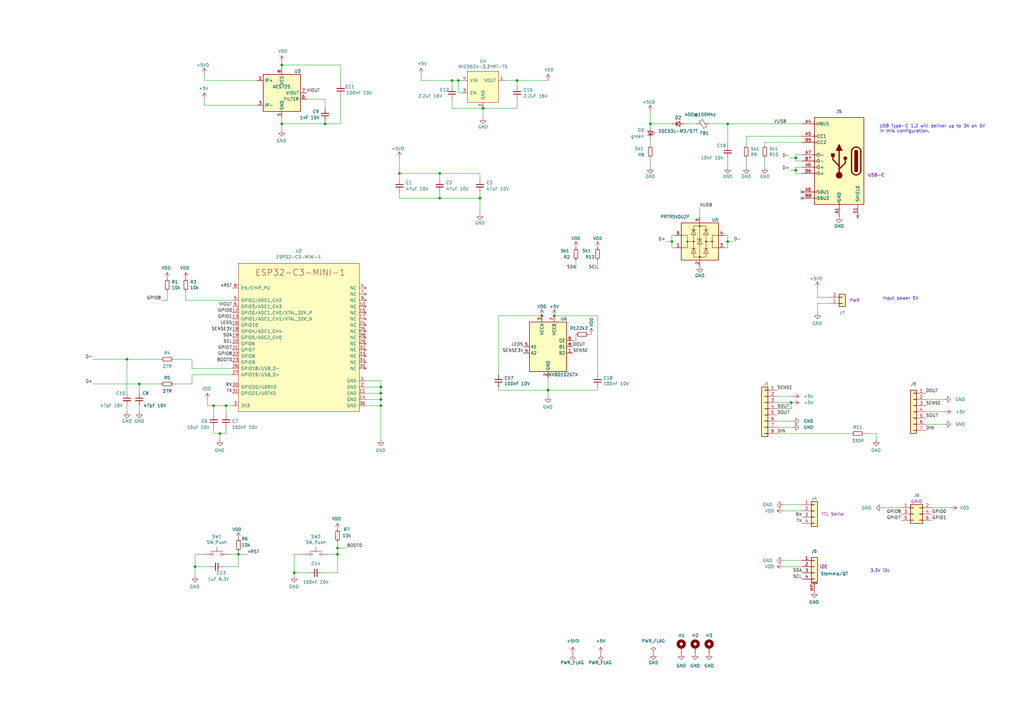
<source format=kicad_sch>
(kicad_sch (version 20211123) (generator eeschema)
  (paper "A3")
  (lib_symbols
    (symbol "Connector:USB_C_Receptacle_USB2.0" (pin_names (offset 1.016))
      (property "Reference" "J" (at -10.16 19.05 0))
      (property "Value" "USB_C_Receptacle_USB2.0" (at 19.05 19.05 0))
      (symbol "USB_C_Receptacle_USB2.0_1_1"
        (pin passive line (at 0 -22.86 90) (length 5.08) (name "GND") (number "A1"))
        (pin passive line (at 0 -22.86 90) (length 5.08) hide (name "GND") (number "A12"))
        (pin passive line (at 15.24 15.24 180) (length 5.08) (name "VBUS") (number "A4"))
        (pin bidirectional line (at 15.24 10.16 180) (length 5.08) (name "CC1") (number "A5"))
        (pin bidirectional line (at 15.24 -2.54 180) (length 5.08) (name "D+") (number "A6"))
        (pin bidirectional line (at 15.24 2.54 180) (length 5.08) (name "D-") (number "A7"))
        (pin bidirectional line (at 15.24 -12.7 180) (length 5.08) (name "SBU1") (number "A8"))
        (pin passive line (at 15.24 15.24 180) (length 5.08) hide (name "VBUS") (number "A9"))
        (pin passive line (at 0 -22.86 90) (length 5.08) hide (name "GND") (number "B1"))
        (pin passive line (at 0 -22.86 90) (length 5.08) hide (name "GND") (number "B12"))
        (pin passive line (at 15.24 15.24 180) (length 5.08) hide (name "VBUS") (number "B4"))
        (pin bidirectional line (at 15.24 7.62 180) (length 5.08) (name "CC2") (number "B5"))
        (pin bidirectional line (at 15.24 -5.08 180) (length 5.08) (name "D+") (number "B6"))
        (pin bidirectional line (at 15.24 0 180) (length 5.08) (name "D-") (number "B7"))
        (pin bidirectional line (at 15.24 -15.24 180) (length 5.08) (name "SBU2") (number "B8"))
        (pin passive line (at 15.24 15.24 180) (length 5.08) hide (name "VBUS") (number "B9"))
        (pin passive line (at -7.62 -22.86 90) (length 5.08) (name "SHIELD") (number "S1"))
      )
    )
    (symbol "Connector_Generic:Conn_01x02" (pin_names (offset 1.016) hide)
      (property "Reference" "J" (at 0 2.54 0))
      (property "Value" "Conn_01x02" (at 0 -5.08 0))
      (symbol "Conn_01x02_1_1"
        (pin passive line (at -5.08 0 0) (length 3.81) (name "Pin_1") (number "1"))
        (pin passive line (at -5.08 -2.54 0) (length 3.81) (name "Pin_2") (number "2"))
      )
    )
    (symbol "Connector_Generic:Conn_01x04" (pin_names (offset 1.016) hide)
      (property "Reference" "J" (at 0 5.08 0))
      (property "Value" "Conn_01x04" (at 0 -7.62 0))
      (symbol "Conn_01x04_1_1"
        (pin passive line (at -5.08 2.54 0) (length 3.81) (name "Pin_1") (number "1"))
        (pin passive line (at -5.08 0 0) (length 3.81) (name "Pin_2") (number "2"))
        (pin passive line (at -5.08 -2.54 0) (length 3.81) (name "Pin_3") (number "3"))
        (pin passive line (at -5.08 -5.08 0) (length 3.81) (name "Pin_4") (number "4"))
      )
    )
    (symbol "Connector_Generic:Conn_01x07" (pin_names (offset 1.016) hide)
      (property "Reference" "J" (at 0 10.16 0))
      (property "Value" "Conn_01x07" (at 0 -10.16 0))
      (symbol "Conn_01x07_1_1"
        (pin passive line (at -5.08 7.62 0) (length 3.81) (name "Pin_1") (number "1"))
        (pin passive line (at -5.08 5.08 0) (length 3.81) (name "Pin_2") (number "2"))
        (pin passive line (at -5.08 2.54 0) (length 3.81) (name "Pin_3") (number "3"))
        (pin passive line (at -5.08 0 0) (length 3.81) (name "Pin_4") (number "4"))
        (pin passive line (at -5.08 -2.54 0) (length 3.81) (name "Pin_5") (number "5"))
        (pin passive line (at -5.08 -5.08 0) (length 3.81) (name "Pin_6") (number "6"))
        (pin passive line (at -5.08 -7.62 0) (length 3.81) (name "Pin_7") (number "7"))
      )
    )
    (symbol "Connector_Generic:Conn_01x08" (pin_names (offset 1.016) hide)
      (property "Reference" "J" (at 0 10.16 0))
      (property "Value" "Conn_01x08" (at 0 -12.7 0))
      (symbol "Conn_01x08_1_1"
        (pin passive line (at -5.08 7.62 0) (length 3.81) (name "Pin_1") (number "1"))
        (pin passive line (at -5.08 5.08 0) (length 3.81) (name "Pin_2") (number "2"))
        (pin passive line (at -5.08 2.54 0) (length 3.81) (name "Pin_3") (number "3"))
        (pin passive line (at -5.08 0 0) (length 3.81) (name "Pin_4") (number "4"))
        (pin passive line (at -5.08 -2.54 0) (length 3.81) (name "Pin_5") (number "5"))
        (pin passive line (at -5.08 -5.08 0) (length 3.81) (name "Pin_6") (number "6"))
        (pin passive line (at -5.08 -7.62 0) (length 3.81) (name "Pin_7") (number "7"))
        (pin passive line (at -5.08 -10.16 0) (length 3.81) (name "Pin_8") (number "8"))
      )
    )
    (symbol "Connector_Generic:Conn_02x03_Odd_Even" (pin_names (offset 1.016) hide)
      (property "Reference" "J" (at 1.27 5.08 0))
      (property "Value" "Conn_02x03_Odd_Even" (at 1.27 -5.08 0))
      (symbol "Conn_02x03_Odd_Even_1_1"
        (pin passive line (at -5.08 2.54 0) (length 3.81) (name "Pin_1") (number "1"))
        (pin passive line (at 7.62 2.54 180) (length 3.81) (name "Pin_2") (number "2"))
        (pin passive line (at -5.08 0 0) (length 3.81) (name "Pin_3") (number "3"))
        (pin passive line (at 7.62 0 180) (length 3.81) (name "Pin_4") (number "4"))
        (pin passive line (at -5.08 -2.54 0) (length 3.81) (name "Pin_5") (number "5"))
        (pin passive line (at 7.62 -2.54 180) (length 3.81) (name "Pin_6") (number "6"))
      )
    )
    (symbol "Connector_Generic_MountingPin:Conn_01x04_MountingPin" (pin_names (offset 1.016) hide)
      (property "Reference" "J" (at 0 5.08 0))
      (property "Value" "Conn_01x04_MountingPin" (at 1.27 -7.62 0))
      (symbol "Conn_01x04_MountingPin_1_1"
        (text "Mounting" (at 0 -6.731 0) (effects (font (size 0.381 0.381))))
        (pin passive line (at -5.08 2.54 0) (length 3.81) (name "Pin_1") (number "1"))
        (pin passive line (at -5.08 0 0) (length 3.81) (name "Pin_2") (number "2"))
        (pin passive line (at -5.08 -2.54 0) (length 3.81) (name "Pin_3") (number "3"))
        (pin passive line (at -5.08 -5.08 0) (length 3.81) (name "Pin_4") (number "4"))
        (pin passive line (at 0 -10.16 90) (length 3.048) (name "MountPin") (number "MP"))
      )
    )
    (symbol "Device:C_Small" (pin_numbers hide) (pin_names (offset 0.254) hide)
      (property "Reference" "C" (at 0.254 1.778 0))
      (property "Value" "C_Small" (at 0.254 -2.032 0))
      (symbol "C_Small_1_1"
        (pin passive line (at 0 2.54 270) (length 2.032) (name "~") (number "1"))
        (pin passive line (at 0 -2.54 90) (length 2.032) (name "~") (number "2"))
      )
    )
    (symbol "Device:D_Small" (pin_numbers hide) (pin_names (offset 0.254) hide)
      (property "Reference" "D" (at -1.27 2.032 0))
      (property "Value" "D_Small" (at -3.81 -2.032 0))
      (symbol "D_Small_1_1"
        (pin passive line (at -2.54 0 0) (length 1.778) (name "K") (number "1"))
        (pin passive line (at 2.54 0 180) (length 1.778) (name "A") (number "2"))
      )
    )
    (symbol "Device:FerriteBead_Small" (pin_numbers hide) (pin_names (offset 0))
      (property "Reference" "FB" (at 1.905 1.27 0))
      (property "Value" "FerriteBead_Small" (at 1.905 -1.27 0))
      (symbol "FerriteBead_Small_1_1"
        (pin passive line (at 0 2.54 270) (length 1.27) (name "~") (number "1"))
        (pin passive line (at 0 -2.54 90) (length 1.27) (name "~") (number "2"))
      )
    )
    (symbol "Device:LED_Small" (pin_numbers hide) (pin_names (offset 0.254) hide)
      (property "Reference" "D" (at -1.27 3.175 0))
      (property "Value" "LED_Small" (at -4.445 -2.54 0))
      (symbol "LED_Small_1_1"
        (pin passive line (at -2.54 0 0) (length 1.778) (name "K") (number "1"))
        (pin passive line (at 2.54 0 180) (length 1.778) (name "A") (number "2"))
      )
    )
    (symbol "Device:R_Small" (pin_numbers hide) (pin_names (offset 0.254) hide)
      (property "Reference" "R" (at 0.762 0.508 0))
      (property "Value" "R_Small" (at 0.762 -1.016 0))
      (symbol "R_Small_1_1"
        (pin passive line (at 0 2.54 270) (length 0.762) (name "~") (number "1"))
        (pin passive line (at 0 -2.54 90) (length 0.762) (name "~") (number "2"))
      )
    )
    (symbol "Espressif:ESP32-C3-MINI-1" (pin_names (offset 1.016))
      (property "Reference" "U" (at 0 33.02 0))
      (property "Value" "ESP32-C3-MINI-1" (at 0 -30.48 0))
      (symbol "ESP32-C3-MINI-1_0_0"
        (text "ESP32-C3-MINI-1" (at 1.27 27.94 0) (effects (font (size 2.54 2.54))))
      )
      (symbol "ESP32-C3-MINI-1_1_1"
        (pin power_in line (at 27.94 -16.51 180) (length 2.54) (name "GND") (number "1"))
        (pin no_connect line (at 27.94 13.97 180) (length 2.54) (name "NC") (number "10"))
        (pin power_in line (at 27.94 -21.59 180) (length 2.54) (name "GND") (number "11"))
        (pin bidirectional line (at -26.67 11.43 0) (length 2.54) (name "GPIO0/ADC1_CH0/XTAL_32K_P") (number "12"))
        (pin bidirectional line (at -26.67 8.89 0) (length 2.54) (name "GPIO1/ADC1_CH1/XTAL_32K_N") (number "13"))
        (pin power_in line (at 27.94 -24.13 180) (length 2.54) (name "GND") (number "14"))
        (pin no_connect line (at 27.94 11.43 180) (length 2.54) (name "NC") (number "15"))
        (pin bidirectional line (at -26.67 6.35 0) (length 2.54) (name "GPIO10") (number "16"))
        (pin no_connect line (at 27.94 8.89 180) (length 2.54) (name "NC") (number "17"))
        (pin bidirectional line (at -26.67 3.81 0) (length 2.54) (name "GPIO4/ADC1_CH4") (number "18"))
        (pin bidirectional line (at -26.67 1.27 0) (length 2.54) (name "GPIO5/ADC2_CH0") (number "19"))
        (pin power_in line (at 27.94 -19.05 180) (length 2.54) (name "GND") (number "2"))
        (pin bidirectional line (at -26.67 -1.27 0) (length 2.54) (name "GPIO6") (number "20"))
        (pin bidirectional line (at -26.67 -3.81 0) (length 2.54) (name "GPIO7") (number "21"))
        (pin bidirectional line (at -26.67 -6.35 0) (length 2.54) (name "GPIO8") (number "22"))
        (pin bidirectional line (at -26.67 -8.89 0) (length 2.54) (name "GPIO9") (number "23"))
        (pin no_connect line (at 27.94 6.35 180) (length 2.54) (name "NC") (number "24"))
        (pin no_connect line (at 27.94 3.81 180) (length 2.54) (name "NC") (number "25"))
        (pin bidirectional line (at -26.67 -11.43 0) (length 2.54) (name "GPIO18/USB_D-") (number "26"))
        (pin bidirectional line (at -26.67 -13.97 0) (length 2.54) (name "GPIO19/USB_D+") (number "27"))
        (pin no_connect line (at 27.94 1.27 180) (length 2.54) (name "NC") (number "28"))
        (pin no_connect line (at 27.94 -1.27 180) (length 2.54) (name "NC") (number "29"))
        (pin power_in line (at -26.67 -26.67 0) (length 2.54) (name "3V3") (number "3"))
        (pin bidirectional line (at -26.67 -19.05 0) (length 2.54) (name "GPIO20/U0RXD") (number "30"))
        (pin bidirectional line (at -26.67 -21.59 0) (length 2.54) (name "GPIO21/U0TXD") (number "31"))
        (pin no_connect line (at 27.94 -3.81 180) (length 2.54) (name "NC") (number "32"))
        (pin no_connect line (at 27.94 -6.35 180) (length 2.54) (name "NC") (number "33"))
        (pin no_connect line (at 27.94 -8.89 180) (length 2.54) (name "NC") (number "34"))
        (pin no_connect line (at 27.94 -11.43 180) (length 2.54) (name "NC") (number "35"))
        (pin power_in line (at 27.94 -26.67 180) (length 2.54) (name "GND") (number "36"))
        (pin no_connect line (at 27.94 21.59 180) (length 2.54) (name "NC") (number "4"))
        (pin bidirectional line (at -26.67 16.51 0) (length 2.54) (name "GPIO2/ADC1_CH2") (number "5"))
        (pin bidirectional line (at -26.67 13.97 0) (length 2.54) (name "GPIO3/ADC1_CH3") (number "6"))
        (pin no_connect line (at 27.94 19.05 180) (length 2.54) (name "NC") (number "7"))
        (pin input line (at -26.67 21.59 0) (length 2.54) (name "EN/CHIP_PU") (number "8"))
        (pin no_connect line (at 27.94 16.51 180) (length 2.54) (name "NC") (number "9"))
      )
    )
    (symbol "Mechanical:MountingHole_Pad" (pin_numbers hide) (pin_names (offset 1.016) hide)
      (property "Reference" "H" (at 0 6.35 0))
      (property "Value" "MountingHole_Pad" (at 0 4.445 0))
      (symbol "MountingHole_Pad_1_1"
        (pin input line (at 0 -2.54 90) (length 2.54) (name "1") (number "1"))
      )
    )
    (symbol "Power_Protection:USBLC6-2P6" (pin_names hide)
      (property "Reference" "U" (at 2.54 8.89 0))
      (property "Value" "USBLC6-2P6" (at 2.54 -8.89 0))
      (symbol "USBLC6-2P6_1_1"
        (pin passive line (at -10.16 -2.54 0) (length 2.54) (name "I/O1") (number "1"))
        (pin passive line (at 0 -10.16 90) (length 2.54) (name "GND") (number "2"))
        (pin passive line (at 10.16 -2.54 180) (length 2.54) (name "I/O2") (number "3"))
        (pin passive line (at 10.16 2.54 180) (length 2.54) (name "I/O2") (number "4"))
        (pin passive line (at 0 10.16 270) (length 2.54) (name "VBUS") (number "5"))
        (pin passive line (at -10.16 2.54 0) (length 2.54) (name "I/O1") (number "6"))
      )
    )
    (symbol "Sensor_Current:ACS725xLCTR-20AB"
      (property "Reference" "U" (at 2.54 11.43 0))
      (property "Value" "ACS725xLCTR-20AB" (at 2.54 8.89 0))
      (symbol "ACS725xLCTR-20AB_1_1"
        (pin passive line (at -10.16 5.08 0) (length 2.54) (name "IP+") (number "1"))
        (pin passive line (at -10.16 5.08 0) (length 2.54) hide (name "IP+") (number "2"))
        (pin passive line (at -10.16 -5.08 0) (length 2.54) (name "IP-") (number "3"))
        (pin passive line (at -10.16 -5.08 0) (length 2.54) hide (name "IP-") (number "4"))
        (pin power_in line (at 0 -10.16 90) (length 2.54) (name "GND") (number "5"))
        (pin passive line (at 10.16 -2.54 180) (length 2.54) (name "FILTER") (number "6"))
        (pin output line (at 10.16 0 180) (length 2.54) (name "VIOUT") (number "7"))
        (pin power_in line (at 0 10.16 270) (length 2.54) (name "VCC") (number "8"))
      )
    )
    (symbol "Switch:SW_Push" (pin_numbers hide) (pin_names (offset 1.016) hide)
      (property "Reference" "SW" (at 1.27 2.54 0))
      (property "Value" "SW_Push" (at 0 -1.524 0))
      (symbol "SW_Push_0_1"
        (pin passive line (at -5.08 0 0) (length 2.54) (name "1") (number "1"))
        (pin passive line (at 5.08 0 180) (length 2.54) (name "2") (number "2"))
      )
    )
    (symbol "power:+5V" (power) (pin_names (offset 0))
      (property "Value" "+5V" (at 0 3.556 0))
      (symbol "+5V_1_1"
        (pin power_in line (at 0 0 90) (length 0) hide (name "+5V") (number "1"))
      )
    )
    (symbol "power:+5VD" (power) (pin_names (offset 0))
      (property "Value" "+5VD" (at 0 3.556 0))
      (symbol "+5VD_1_1"
        (pin power_in line (at 0 0 90) (length 0) hide (name "+5VD") (number "1"))
      )
    )
    (symbol "power:GND" (power) (pin_names (offset 0))
      (property "Value" "GND" (at 0 -3.81 0))
      (symbol "GND_1_1"
        (pin power_in line (at 0 0 270) (length 0) hide (name "GND") (number "1"))
      )
    )
    (symbol "power:PWR_FLAG" (power) (pin_numbers hide) (pin_names (offset 0) hide)
      (property "Value" "PWR_FLAG" (at 0 3.81 0))
      (symbol "PWR_FLAG_0_0"
        (pin power_out line (at 0 0 90) (length 0) (name "pwr") (number "1"))
      )
    )
    (symbol "power:VDD" (power) (pin_names (offset 0))
      (property "Value" "VDD" (at 0 3.81 0))
      (symbol "VDD_1_1"
        (pin power_in line (at 0 0 90) (length 0) hide (name "VDD") (number "1"))
      )
    )
    (symbol "runger:MIC5524-3.3YMT-T5" (pin_names (offset 1.016))
      (property "Reference" "U" (at 5.08 7.62 0))
      (property "Value" "MIC5524-3.3YMT-T5" (at -2.54 7.62 0))
      (symbol "MIC5524-3.3YMT-T5_0_0"
        (pin power_out line (at 8.89 2.54 180) (length 2.54) (name "VOUT") (number "1"))
        (pin power_in line (at 0 -8.89 90) (length 2.54) (name "GND") (number "2"))
        (pin input line (at -8.89 -2.54 0) (length 2.54) (name "EN") (number "3"))
        (pin power_in line (at -8.89 2.54 0) (length 2.54) (name "VIN") (number "4"))
        (pin passive line (at 0 -8.89 90) (length 2.54) hide (name "GND") (number "5"))
      )
    )
    (symbol "runger:NXB0102GTX"
      (property "Reference" "U" (at -7.62 11.43 0))
      (property "Value" "NXB0102GTX" (at 5.08 11.43 0))
      (property "Manu" "NXP" (at 0 0 0))
      (property "Part" "NXB0102GTX" (at 0 0 0))
      (symbol "NXB0102GTX_1_1"
        (pin bidirectional line (at 10.16 -2.54 180) (length 2.54) (name "B2") (number "1"))
        (pin power_in line (at 0 -12.7 90) (length 2.54) (name "GND") (number "2"))
        (pin power_in line (at -2.54 12.7 270) (length 2.54) (name "VCCA") (number "3"))
        (pin bidirectional line (at -10.16 -2.54 0) (length 2.54) (name "A2") (number "4"))
        (pin bidirectional line (at -10.16 0 0) (length 2.54) (name "A1") (number "5"))
        (pin input line (at 10.16 2.54 180) (length 2.54) (name "OE") (number "6"))
        (pin power_in line (at 2.54 12.7 270) (length 2.54) (name "VCCB") (number "7"))
        (pin bidirectional line (at 10.16 0 180) (length 2.54) (name "B1") (number "8"))
      )
    )
  )
  (junction (at 227.33 129.54))
  (junction (at 97.79 227.33))
  (junction (at 52.07 147.32))
  (junction (at 222.25 129.54))
  (junction (at 90.17 177.8))
  (junction (at 326.39 64.77))
  (junction (at 133.35 50.8))
  (junction (at 115.57 26.67))
  (junction (at 156.21 166.37))
  (junction (at 198.12 44.45))
  (junction (at 212.09 33.02))
  (junction (at 80.01 232.41))
  (junction (at 163.83 71.12))
  (junction (at 138.43 224.79))
  (junction (at 156.21 163.83))
  (junction (at 87.63 166.37))
  (junction (at 115.57 50.8))
  (junction (at 185.42 33.02))
  (junction (at 298.45 50.8))
  (junction (at 180.34 71.12))
  (junction (at 298.45 99.06))
  (junction (at 138.43 227.33))
  (junction (at 57.15 157.48))
  (junction (at 156.21 161.29))
  (junction (at 187.96 33.02))
  (junction (at 326.39 69.85))
  (junction (at 266.7 50.8))
  (junction (at 92.71 166.37))
  (junction (at 275.59 99.06))
  (junction (at 156.21 158.75))
  (junction (at 180.34 81.28))
  (junction (at 324.485 165.1))
  (junction (at 196.85 81.28))
  (junction (at 120.65 234.95))
  (junction (at 224.79 160.02))
  (no_connect (at 328.93 78.74))
  (no_connect (at 328.93 81.28))
  (no_connect (at 351.79 88.9))
  (wire (pts (xy 142.24 224.79) (xy 138.43 224.79)))
  (wire (pts (xy 185.42 40.64) (xy 185.42 44.45)))
  (wire (pts (xy 78.74 151.13) (xy 78.74 147.32)))
  (wire (pts (xy 92.71 175.26) (xy 92.71 177.8)))
  (wire (pts (xy 52.07 147.32) (xy 52.07 161.29)))
  (wire (pts (xy 149.86 166.37) (xy 156.21 166.37)))
  (wire (pts (xy 241.3 137.16) (xy 242.57 137.16)))
  (wire (pts (xy 156.21 166.37) (xy 156.21 180.34)))
  (wire (pts (xy 133.35 50.8) (xy 115.57 50.8)))
  (wire (pts (xy 57.15 157.48) (xy 38.1 157.48)))
  (wire (pts (xy 120.65 227.33) (xy 120.65 234.95)))
  (wire (pts (xy 68.58 119.38) (xy 68.58 123.19)))
  (wire (pts (xy 78.74 147.32) (xy 71.12 147.32)))
  (wire (pts (xy 83.82 43.18) (xy 105.41 43.18)))
  (wire (pts (xy 185.42 33.02) (xy 185.42 35.56)))
  (wire (pts (xy 134.62 227.33) (xy 138.43 227.33)))
  (wire (pts (xy 196.85 78.74) (xy 196.85 81.28)))
  (wire (pts (xy 335.28 121.92) (xy 335.28 118.11)))
  (wire (pts (xy 245.11 153.67) (xy 245.11 129.54)))
  (wire (pts (xy 133.35 40.64) (xy 133.35 44.45)))
  (wire (pts (xy 86.36 232.41) (xy 80.01 232.41)))
  (wire (pts (xy 163.83 64.77) (xy 163.83 71.12)))
  (wire (pts (xy 275.59 99.06) (xy 275.59 101.6)))
  (wire (pts (xy 95.25 151.13) (xy 78.74 151.13)))
  (wire (pts (xy 323.85 69.85) (xy 326.39 69.85)))
  (wire (pts (xy 156.21 158.75) (xy 156.21 161.29)))
  (wire (pts (xy 300.99 99.06) (xy 298.45 99.06)))
  (wire (pts (xy 83.82 30.48) (xy 83.82 33.02)))
  (wire (pts (xy 212.09 33.02) (xy 224.79 33.02)))
  (wire (pts (xy 389.89 208.28) (xy 382.27 208.28)))
  (wire (pts (xy 196.85 71.12) (xy 180.34 71.12)))
  (wire (pts (xy 90.17 177.8) (xy 90.17 180.34)))
  (wire (pts (xy 76.2 123.19) (xy 95.25 123.19)))
  (wire (pts (xy 224.79 160.02) (xy 245.11 160.02)))
  (wire (pts (xy 92.71 166.37) (xy 92.71 170.18)))
  (wire (pts (xy 83.82 33.02) (xy 105.41 33.02)))
  (wire (pts (xy 340.36 121.92) (xy 335.28 121.92)))
  (wire (pts (xy 280.67 50.8) (xy 285.75 50.8)))
  (wire (pts (xy 222.25 129.54) (xy 204.47 129.54)))
  (wire (pts (xy 149.86 161.29) (xy 156.21 161.29)))
  (wire (pts (xy 318.77 165.1) (xy 324.485 165.1)))
  (wire (pts (xy 196.85 73.66) (xy 196.85 71.12)))
  (wire (pts (xy 85.09 163.83) (xy 85.09 166.37)))
  (wire (pts (xy 298.45 68.58) (xy 298.45 64.77)))
  (wire (pts (xy 97.79 227.33) (xy 93.98 227.33)))
  (wire (pts (xy 87.63 175.26) (xy 87.63 177.8)))
  (wire (pts (xy 97.79 227.33) (xy 97.79 232.41)))
  (wire (pts (xy 149.86 158.75) (xy 156.21 158.75)))
  (wire (pts (xy 97.79 227.33) (xy 97.79 226.06)))
  (wire (pts (xy 163.83 78.74) (xy 163.83 81.28)))
  (wire (pts (xy 180.34 71.12) (xy 163.83 71.12)))
  (wire (pts (xy 115.57 50.8) (xy 115.57 53.34)))
  (wire (pts (xy 306.07 59.69) (xy 306.07 55.88)))
  (wire (pts (xy 198.12 44.45) (xy 198.12 48.26)))
  (wire (pts (xy 326.39 63.5) (xy 326.39 64.77)))
  (wire (pts (xy 204.47 129.54) (xy 204.47 153.67)))
  (wire (pts (xy 80.01 232.41) (xy 80.01 236.22)))
  (wire (pts (xy 236.22 137.16) (xy 236.22 139.7)))
  (wire (pts (xy 196.85 81.28) (xy 196.85 87.63)))
  (wire (pts (xy 340.36 124.46) (xy 335.28 124.46)))
  (wire (pts (xy 204.47 158.75) (xy 204.47 160.02)))
  (wire (pts (xy 328.93 63.5) (xy 326.39 63.5)))
  (wire (pts (xy 273.05 99.06) (xy 275.59 99.06)))
  (wire (pts (xy 326.39 64.77) (xy 323.85 64.77)))
  (wire (pts (xy 156.21 161.29) (xy 156.21 163.83)))
  (wire (pts (xy 275.59 96.52) (xy 275.59 99.06)))
  (wire (pts (xy 172.72 33.02) (xy 185.42 33.02)))
  (wire (pts (xy 266.7 45.72) (xy 266.7 50.8)))
  (wire (pts (xy 138.43 227.33) (xy 138.43 234.95)))
  (wire (pts (xy 115.57 48.26) (xy 115.57 50.8)))
  (wire (pts (xy 132.08 234.95) (xy 138.43 234.95)))
  (wire (pts (xy 163.83 71.12) (xy 163.83 73.66)))
  (wire (pts (xy 156.21 156.21) (xy 156.21 158.75)))
  (wire (pts (xy 207.01 33.02) (xy 212.09 33.02)))
  (wire (pts (xy 224.79 154.94) (xy 224.79 160.02)))
  (wire (pts (xy 245.11 106.68) (xy 245.11 110.49)))
  (wire (pts (xy 298.45 50.8) (xy 290.83 50.8)))
  (wire (pts (xy 149.86 163.83) (xy 156.21 163.83)))
  (wire (pts (xy 149.86 156.21) (xy 156.21 156.21)))
  (wire (pts (xy 57.15 166.37) (xy 57.15 168.91)))
  (wire (pts (xy 115.57 26.67) (xy 115.57 27.94)))
  (wire (pts (xy 379.73 173.99) (xy 387.35 173.99)))
  (wire (pts (xy 298.45 50.8) (xy 298.45 59.69)))
  (wire (pts (xy 133.35 49.53) (xy 133.35 50.8)))
  (wire (pts (xy 52.07 147.32) (xy 38.1 147.32)))
  (wire (pts (xy 115.57 25.4) (xy 115.57 26.67)))
  (wire (pts (xy 318.77 177.8) (xy 349.25 177.8)))
  (wire (pts (xy 212.09 40.64) (xy 212.09 44.45)))
  (wire (pts (xy 313.69 58.42) (xy 313.69 59.69)))
  (wire (pts (xy 298.45 50.8) (xy 328.93 50.8)))
  (wire (pts (xy 139.7 50.8) (xy 133.35 50.8)))
  (wire (pts (xy 326.39 66.04) (xy 326.39 64.77)))
  (wire (pts (xy 83.82 40.64) (xy 83.82 43.18)))
  (wire (pts (xy 328.93 55.88) (xy 306.07 55.88)))
  (wire (pts (xy 125.73 40.64) (xy 133.35 40.64)))
  (wire (pts (xy 83.82 227.33) (xy 80.01 227.33)))
  (wire (pts (xy 306.07 68.58) (xy 306.07 64.77)))
  (wire (pts (xy 78.74 153.67) (xy 78.74 157.48)))
  (wire (pts (xy 156.21 163.83) (xy 156.21 166.37)))
  (wire (pts (xy 324.485 167.64) (xy 324.485 165.1)))
  (wire (pts (xy 318.77 167.64) (xy 324.485 167.64)))
  (wire (pts (xy 321.31 232.41) (xy 328.93 232.41)))
  (wire (pts (xy 326.39 68.58) (xy 328.93 68.58)))
  (wire (pts (xy 324.485 165.1) (xy 325.12 165.1)))
  (wire (pts (xy 92.71 166.37) (xy 87.63 166.37)))
  (wire (pts (xy 369.57 208.28) (xy 361.95 208.28)))
  (wire (pts (xy 66.04 157.48) (xy 57.15 157.48)))
  (wire (pts (xy 185.42 33.02) (xy 187.96 33.02)))
  (wire (pts (xy 95.25 153.67) (xy 78.74 153.67)))
  (wire (pts (xy 187.96 38.1) (xy 187.96 33.02)))
  (wire (pts (xy 318.77 172.72) (xy 325.12 172.72)))
  (wire (pts (xy 52.07 166.37) (xy 52.07 168.91)))
  (wire (pts (xy 359.41 177.8) (xy 354.33 177.8)))
  (wire (pts (xy 313.69 68.58) (xy 313.69 64.77)))
  (wire (pts (xy 276.86 96.52) (xy 275.59 96.52)))
  (wire (pts (xy 187.96 33.02) (xy 189.23 33.02)))
  (wire (pts (xy 276.86 101.6) (xy 275.59 101.6)))
  (wire (pts (xy 212.09 44.45) (xy 198.12 44.45)))
  (wire (pts (xy 92.71 177.8) (xy 90.17 177.8)))
  (wire (pts (xy 321.31 209.55) (xy 328.93 209.55)))
  (wire (pts (xy 298.45 101.6) (xy 298.45 99.06)))
  (wire (pts (xy 127 234.95) (xy 120.65 234.95)))
  (wire (pts (xy 87.63 166.37) (xy 87.63 170.18)))
  (wire (pts (xy 328.93 71.12) (xy 326.39 71.12)))
  (wire (pts (xy 80.01 227.33) (xy 80.01 232.41)))
  (wire (pts (xy 266.7 50.8) (xy 275.59 50.8)))
  (wire (pts (xy 266.7 57.15) (xy 266.7 59.69)))
  (wire (pts (xy 180.34 81.28) (xy 196.85 81.28)))
  (wire (pts (xy 266.7 64.77) (xy 266.7 68.58)))
  (wire (pts (xy 298.45 96.52) (xy 297.18 96.52)))
  (wire (pts (xy 97.79 232.41) (xy 91.44 232.41)))
  (wire (pts (xy 313.69 58.42) (xy 328.93 58.42)))
  (wire (pts (xy 328.93 207.01) (xy 321.31 207.01)))
  (wire (pts (xy 359.41 180.34) (xy 359.41 177.8)))
  (wire (pts (xy 139.7 39.37) (xy 139.7 50.8)))
  (wire (pts (xy 95.25 166.37) (xy 92.71 166.37)))
  (wire (pts (xy 76.2 119.38) (xy 76.2 123.19)))
  (wire (pts (xy 163.83 81.28) (xy 180.34 81.28)))
  (wire (pts (xy 297.18 101.6) (xy 298.45 101.6)))
  (wire (pts (xy 180.34 71.12) (xy 180.34 73.66)))
  (wire (pts (xy 71.12 157.48) (xy 78.74 157.48)))
  (wire (pts (xy 328.93 229.87) (xy 321.31 229.87)))
  (wire (pts (xy 138.43 224.79) (xy 138.43 227.33)))
  (wire (pts (xy 66.04 147.32) (xy 52.07 147.32)))
  (wire (pts (xy 236.22 106.68) (xy 236.22 110.49)))
  (wire (pts (xy 379.73 163.83) (xy 387.35 163.83)))
  (wire (pts (xy 326.39 69.85) (xy 326.39 68.58)))
  (wire (pts (xy 139.7 26.67) (xy 115.57 26.67)))
  (wire (pts (xy 318.77 175.26) (xy 325.12 175.26)))
  (wire (pts (xy 379.73 168.91) (xy 387.35 168.91)))
  (wire (pts (xy 57.15 157.48) (xy 57.15 161.29)))
  (wire (pts (xy 236.22 139.7) (xy 234.95 139.7)))
  (wire (pts (xy 287.02 85.09) (xy 287.02 88.9)))
  (wire (pts (xy 212.09 35.56) (xy 212.09 33.02)))
  (wire (pts (xy 227.33 129.54) (xy 245.11 129.54)))
  (wire (pts (xy 335.28 124.46) (xy 335.28 128.27)))
  (wire (pts (xy 87.63 177.8) (xy 90.17 177.8)))
  (wire (pts (xy 101.6 227.33) (xy 97.79 227.33)))
  (wire (pts (xy 139.7 34.29) (xy 139.7 26.67)))
  (wire (pts (xy 138.43 222.25) (xy 138.43 224.79)))
  (wire (pts (xy 326.39 71.12) (xy 326.39 69.85)))
  (wire (pts (xy 68.58 123.19) (xy 66.04 123.19)))
  (wire (pts (xy 120.65 234.95) (xy 120.65 236.22)))
  (wire (pts (xy 85.09 166.37) (xy 87.63 166.37)))
  (wire (pts (xy 185.42 44.45) (xy 198.12 44.45)))
  (wire (pts (xy 189.23 38.1) (xy 187.96 38.1)))
  (wire (pts (xy 318.77 162.56) (xy 325.12 162.56)))
  (wire (pts (xy 245.11 160.02) (xy 245.11 158.75)))
  (wire (pts (xy 298.45 99.06) (xy 298.45 96.52)))
  (wire (pts (xy 224.79 160.02) (xy 224.79 162.56)))
  (wire (pts (xy 204.47 160.02) (xy 224.79 160.02)))
  (wire (pts (xy 120.65 227.33) (xy 124.46 227.33)))
  (wire (pts (xy 328.93 66.04) (xy 326.39 66.04)))
  (wire (pts (xy 172.72 30.48) (xy 172.72 33.02)))
  (wire (pts (xy 266.7 50.8) (xy 266.7 52.07)))
  (wire (pts (xy 180.34 78.74) (xy 180.34 81.28)))
  (text "3.3V i2c" (at 356.87 234.95 0) (effects (font (size 1.27 1.27)) (justify left bottom)))
  (text "USB Type-C 1.2 will deliver up to 3A on 5V\nin this configuration." (at 360.68 54.61 0) (effects (font (size 1.27 1.27)) (justify left bottom)))
  (text "Input power 5V" (at 361.95 123.19 0) (effects (font (size 1.27 1.27)) (justify left bottom)))
  (label "VIOUT" (at 125.73 38.1 0))
  (label "GPIO8" (at 369.57 210.82 180))
  (label "RX" (at 328.93 212.09 180))
  (label "D+" (at 38.1 157.48 180))
  (label "TX" (at 95.25 161.29 180))
  (label "LEDS" (at 214.63 142.24 180))
  (label "SENSE3V" (at 214.63 144.78 180))
  (label "D-" (at 38.1 147.32 180))
  (label "GPIO0" (at 382.27 210.82 0))
  (label "DOUT" (at 234.95 142.24 0))
  (label "SENSE" (at 234.95 144.78 0))
  (label "SENSE3V" (at 95.25 135.89 180))
  (label "VUSB" (at 287.02 85.09 0))
  (label "nRST" (at 95.25 118.11 180))
  (label "SCL" (at 95.25 140.97 180))
  (label "D-" (at 323.85 64.77 180))
  (label "LEDS" (at 95.25 133.35 180))
  (label "SOUT" (at 379.73 171.45 0))
  (label "SDA" (at 95.25 138.43 180))
  (label "SCL" (at 245.11 110.49 180))
  (label "DOUT" (at 318.77 170.18 0))
  (label "GPIO1" (at 382.27 213.36 0))
  (label "SENSE" (at 318.77 160.02 0))
  (label "SDA" (at 236.22 110.49 180))
  (label "VUSB" (at 322.58 50.8 180))
  (label "TX" (at 328.93 214.63 180))
  (label "GPIO1" (at 95.25 130.81 180))
  (label "SOUT" (at 318.77 167.64 0))
  (label "GPIO8" (at 95.25 146.05 180))
  (label "D-" (at 300.99 99.06 0))
  (label "GPIO8" (at 66.04 123.19 180))
  (label "DOUT" (at 379.73 161.29 0))
  (label "D+" (at 273.05 99.06 180))
  (label "RX" (at 95.25 158.75 180))
  (label "SENSE" (at 379.73 166.37 0))
  (label "VIOUT" (at 95.25 125.73 180))
  (label "BOOT0" (at 142.24 224.79 0))
  (label "GPIO7" (at 369.57 213.36 180))
  (label "SCL" (at 328.93 237.49 180))
  (label "DIN" (at 379.73 176.53 0))
  (label "GPIO0" (at 95.25 128.27 180))
  (label "BOOT0" (at 95.25 148.59 180))
  (label "DIN" (at 318.77 177.8 0))
  (label "SDA" (at 328.93 234.95 180))
  (label "nRST" (at 101.6 227.33 0))
  (label "GPIO7" (at 95.25 143.51 180))
  (label "D+" (at 323.85 69.85 180))
  (symbol (lib_id "Device:R_Small") (at 68.58 157.48 270) (mirror x) (unit 1)
    (property "Reference" "R5" (at 68.58 154.94 90))
    (property "Value" "27R" (at 68.58 160.4264 90))
    (property "Footprint" "Resistor_SMD:R_0402_1005Metric" (effects hide))
    (property "Manu" "Generic" (effects hide))
    (property "Part" "Generic" (effects hide))
  )
  (symbol (lib_id "Device:R_Small") (at 97.79 223.52 180) (unit 1)
    (property "Reference" "R6" (at 99.06 220.98 0) (effects (justify right)))
    (property "Value" "10k" (at 99.06 223.52 0) (effects (justify right)))
    (property "Footprint" "Resistor_SMD:R_0402_1005Metric" (effects hide))
    (property "Manu" "Generic" (effects hide))
    (property "Part" "Generic" (effects hide))
  )
  (symbol (lib_id "power:+5V") (at 172.72 30.48 0) (unit 1)
    (property "Reference" "#PWR07" (effects hide))
    (property "Value" "+5V" (at 173.101 26.0858 0))
  )
  (symbol (lib_id "Device:R_Small") (at 76.2 116.84 180) (unit 1)
    (property "Reference" "R3" (at 77.978 115.6716 0) (effects (justify right)))
    (property "Value" "10k" (at 77.978 117.983 0) (effects (justify right)))
    (property "Footprint" "Resistor_SMD:R_0402_1005Metric" (effects hide))
    (property "Manu" "Generic" (effects hide))
    (property "Part" "Generic" (effects hide))
  )
  (symbol (lib_id "power:GND") (at 196.85 87.63 0) (mirror y) (unit 1)
    (property "Reference" "#PWR028" (effects hide))
    (property "Value" "GND" (at 196.85 91.44 0))
  )
  (symbol (lib_id "Device:C_Small") (at 245.11 156.21 180) (unit 1)
    (property "Reference" "C18" (at 247.4468 155.0416 0) (effects (justify right)))
    (property "Value" "100nF 10V" (at 247.4468 157.353 0) (effects (justify right)))
    (property "Footprint" "Capacitor_SMD:C_0402_1005Metric" (effects hide))
    (property "Part" "GRM155R71A104KA01J" (effects hide))
    (property "Manu" "Murata" (effects hide))
  )
  (symbol (lib_id "Device:R_Small") (at 236.22 104.14 0) (mirror y) (unit 1)
    (property "Reference" "R2" (at 231.14 105.41 0) (effects (justify right)))
    (property "Value" "5k1" (at 229.87 102.87 0) (effects (justify right)))
    (property "Footprint" "Resistor_SMD:R_0402_1005Metric" (effects hide))
    (property "Manu" "Generic" (effects hide))
    (property "Part" "Generic 1%" (effects hide))
  )
  (symbol (lib_id "Device:C_Small") (at 196.85 76.2 0) (unit 1)
    (property "Reference" "C3" (at 199.39 74.9362 0) (effects (justify left)))
    (property "Value" "47uF 10V" (at 199.39 77.4762 0) (effects (justify left)))
    (property "Footprint" "Capacitor_SMD:C_1206_3216Metric" (effects hide))
    (property "Manu" "Murata" (effects hide))
    (property "Part" "GRM31CR61A476ME15K" (effects hide))
  )
  (symbol (lib_id "Connector:USB_C_Receptacle_USB2.0") (at 344.17 66.04 0) (mirror y) (unit 1)
    (property "Reference" "J5" (at 342.9 45.72 0) (effects (justify right)))
    (property "Value" "USB_C_Receptacle_USB2.0" (effects hide))
    (property "Footprint" "Connector_USB:USB_C_Receptacle_HRO_TYPE-C-31-M-12" (effects hide))
    (property "Datasheet" "https://www.usb.org/sites/default/files/documents/usb_type-c.zip" (effects hide))
    (property "Port" "USB-C" (at 359.41 71.755 0))
    (property "Manu" "HRO" (effects hide))
    (property "Part" "HRO_TYPE-C-31-M-12" (effects hide))
  )
  (symbol (lib_id "Connector_Generic:Conn_02x03_Odd_Even") (at 374.65 210.82 0) (unit 1) (in_bom no)
    (property "Reference" "J9" (at 375.92 203.2 0))
    (property "Value" "Conn_02x03_Odd_Even" (effects hide))
    (property "Footprint" "Connector_PinHeader_2.54mm:PinHeader_2x03_P2.54mm_Vertical" (effects hide))
    (property "Port" "GPIO" (at 375.92 205.74 0))
  )
  (symbol (lib_id "Device:R_Small") (at 238.76 137.16 270) (unit 1)
    (property "Reference" "R12" (at 233.68 134.62 90) (effects (justify left)))
    (property "Value" "2k2" (at 237.49 134.62 90) (effects (justify left)))
    (property "Footprint" "Resistor_SMD:R_0402_1005Metric" (effects hide))
    (property "Part" "Generic" (effects hide))
    (property "Manu" "Generic" (effects hide))
  )
  (symbol (lib_id "power:GND") (at 57.15 168.91 0) (mirror y) (unit 1)
    (property "Reference" "#PWR04" (effects hide))
    (property "Value" "GND" (at 57.15 172.72 0))
  )
  (symbol (lib_id "power:GND") (at 325.12 175.26 90) (unit 1)
    (property "Reference" "#PWR026" (effects hide))
    (property "Value" "GND" (at 329.565 175.2599 90) (effects (justify right)))
  )
  (symbol (lib_id "Connector_Generic:Conn_01x07") (at 374.65 168.91 0) (mirror y) (unit 1) (in_bom no)
    (property "Reference" "J8" (at 374.65 157.48 0))
    (property "Value" "Conn_01x07" (effects hide))
    (property "Footprint" "Connector_PinHeader_2.54mm:PinHeader_1x07_P2.54mm_Horizontal" (effects hide))
  )
  (symbol (lib_id "power:GND") (at 279.4 267.97 0) (unit 1)
    (property "Reference" "#PWR016" (effects hide))
    (property "Value" "GND" (at 279.4 273.05 0))
  )
  (symbol (lib_id "power:GND") (at 306.07 68.58 0) (unit 1)
    (property "Reference" "#PWR021" (effects hide))
    (property "Value" "GND" (at 306.07 72.39 0))
  )
  (symbol (lib_id "power:VDD") (at 242.57 137.16 0) (unit 1)
    (property "Reference" "#PWR053" (effects hide))
    (property "Value" "VDD" (at 242.57 132.08 90))
  )
  (symbol (lib_id "Mechanical:MountingHole_Pad") (at 285.115 265.43 0) (unit 1)
    (property "Reference" "H2" (at 283.845 260.6674 0) (effects (justify left)))
    (property "Value" "MountingHole_Pad" (effects hide))
    (property "Footprint" "MountingHole:MountingHole_2.2mm_M2_DIN965_Pad" (effects hide))
  )
  (symbol (lib_id "Sensor_Current:ACS725xLCTR-20AB") (at 115.57 38.1 0) (unit 1)
    (property "Reference" "U3" (at 120.65 29.21 0) (effects (justify left)))
    (property "Value" "ACS725" (at 111.76 35.56 0) (effects (justify left)))
    (property "Footprint" "Package_SO:SOIC-8_3.9x4.9mm_P1.27mm" (effects hide))
    (property "Datasheet" "http://www.allegromicro.com/~/media/Files/Datasheets/ACS725-Datasheet.ashx?la=en" (effects hide))
    (property "Manu" "Allegro Microsystems" (effects hide))
    (property "Part" "ACS725LLCTR-10AB-T" (effects hide))
  )
  (symbol (lib_id "power:+5V") (at 83.82 40.64 0) (mirror y) (unit 1)
    (property "Reference" "#PWR02" (effects hide))
    (property "Value" "+5V" (at 83.439 36.2458 0))
  )
  (symbol (lib_id "Device:C_Small") (at 92.71 172.72 180) (unit 1)
    (property "Reference" "C7" (at 96.52 172.72 0))
    (property "Value" "100nF 10V" (at 100.33 175.26 0))
    (property "Footprint" "Capacitor_SMD:C_0402_1005Metric" (effects hide))
    (property "Manu" "Murata" (effects hide))
    (property "Part" "GRM155R71A104KA01J" (effects hide))
  )
  (symbol (lib_id "Device:R_Small") (at 138.43 219.71 0) (mirror x) (unit 1)
    (property "Reference" "R7" (at 142.24 217.17 0))
    (property "Value" "10k" (at 142.24 219.71 0))
    (property "Footprint" "Resistor_SMD:R_0402_1005Metric" (effects hide))
    (property "Manu" "Generic" (effects hide))
    (property "Part" "Generic" (effects hide))
  )
  (symbol (lib_id "Device:C_Small") (at 133.35 46.99 180) (unit 1)
    (property "Reference" "C9" (at 129.54 45.72 0))
    (property "Value" "1nF 10V" (at 127 48.26 0))
    (property "Footprint" "Capacitor_SMD:C_0402_1005Metric" (effects hide))
    (property "Manu" "Wurth" (effects hide))
    (property "Part" "885012005018" (effects hide))
  )
  (symbol (lib_id "Mechanical:MountingHole_Pad") (at 290.83 265.43 0) (unit 1)
    (property "Reference" "H3" (at 289.56 260.6674 0) (effects (justify left)))
    (property "Value" "MountingHole_Pad" (effects hide))
    (property "Footprint" "MountingHole:MountingHole_2.2mm_M2_DIN965_Pad" (effects hide))
  )
  (symbol (lib_id "power:GND") (at 52.07 168.91 0) (mirror y) (unit 1)
    (property "Reference" "#PWR05" (effects hide))
    (property "Value" "GND" (at 52.07 172.72 0))
  )
  (symbol (lib_id "Device:R_Small") (at 306.07 62.23 0) (mirror y) (unit 1)
    (property "Reference" "R9" (at 307.848 63.3984 0) (effects (justify right)))
    (property "Value" "5k1" (at 307.848 61.087 0) (effects (justify right)))
    (property "Footprint" "Resistor_SMD:R_0402_1005Metric" (effects hide))
    (property "Manu" "Generic" (effects hide))
    (property "Part" "Generic 1%" (effects hide))
  )
  (symbol (lib_id "power:VDD") (at 236.22 101.6 0) (unit 1)
    (property "Reference" "#PWR039" (effects hide))
    (property "Value" "VDD" (at 236.22 97.79 0))
  )
  (symbol (lib_id "power:GND") (at 285.115 267.97 0) (unit 1)
    (property "Reference" "#PWR017" (effects hide))
    (property "Value" "GND" (at 285.115 273.05 0))
  )
  (symbol (lib_id "Mechanical:MountingHole_Pad") (at 279.4 265.43 0) (unit 1)
    (property "Reference" "H1" (at 278.13 260.6674 0) (effects (justify left)))
    (property "Value" "MountingHole_Pad" (effects hide))
    (property "Footprint" "MountingHole:MountingHole_2.2mm_M2_DIN965_Pad" (effects hide))
  )
  (symbol (lib_id "power:GND") (at 325.12 172.72 90) (unit 1)
    (property "Reference" "#PWR025" (effects hide))
    (property "Value" "GND" (at 329.565 172.7199 90) (effects (justify right)))
  )
  (symbol (lib_id "power:GND") (at 387.35 173.99 90) (unit 1)
    (property "Reference" "#PWR044" (effects hide))
    (property "Value" "GND" (at 391.795 173.9899 90) (effects (justify right)))
  )
  (symbol (lib_id "power:VDD") (at 222.25 129.54 0) (unit 1)
    (property "Reference" "#PWR050" (effects hide))
    (property "Value" "VDD" (at 222.25 125.73 0))
  )
  (symbol (lib_id "power:GND") (at 298.45 68.58 0) (unit 1)
    (property "Reference" "#PWR020" (effects hide))
    (property "Value" "GND" (at 298.45 72.39 0))
  )
  (symbol (lib_id "power:+5V") (at 227.33 129.54 0) (unit 1)
    (property "Reference" "#PWR052" (effects hide))
    (property "Value" "+5V" (at 227.33 125.73 0))
  )
  (symbol (lib_id "Device:C_Small") (at 129.54 234.95 90) (unit 1)
    (property "Reference" "C14" (at 129.54 231.14 90))
    (property "Value" "100nF 10V" (at 129.54 238.76 90))
    (property "Footprint" "Capacitor_SMD:C_0402_1005Metric" (effects hide))
    (property "Manu" "Murata" (effects hide))
    (property "Part" "GRM155R71A104KA01J" (effects hide))
  )
  (symbol (lib_id "power:GND") (at 80.01 236.22 0) (mirror y) (unit 1)
    (property "Reference" "#PWR08" (effects hide))
    (property "Value" "GND" (at 79.883 240.6142 0))
  )
  (symbol (lib_id "power:+5VD") (at 234.95 267.97 0) (unit 1)
    (property "Reference" "#PWR0103" (effects hide))
    (property "Value" "+5VD" (at 234.95 262.89 0))
  )
  (symbol (lib_id "Device:C_Small") (at 212.09 38.1 180) (unit 1)
    (property "Reference" "C15" (at 214.63 36.83 0) (effects (justify right)))
    (property "Value" "2.2uF 16V" (at 214.63 39.37 0) (effects (justify right)))
    (property "Footprint" "Capacitor_SMD:C_0603_1608Metric" (effects hide))
    (property "Part" "EMK107ABJ225KA8T" (effects hide))
    (property "Manu" "Taiyo Yuden" (effects hide))
    (property "Val" "2.2uF 16V 0603 X5R or X7R Ceramic" (effects hide))
  )
  (symbol (lib_id "Device:FerriteBead_Small") (at 288.29 50.8 270) (mirror x) (unit 1)
    (property "Reference" "FB1" (at 287.02 54.61 90) (effects (justify left)))
    (property "Value" "40Ω@100Mhz" (at 280.67 46.99 90) (effects (justify left)))
    (property "Footprint" "Inductor_SMD:L_0805_2012Metric" (effects hide))
    (property "Part" "HI0805P390R-10" (effects hide))
    (property "Manu" "Laird" (effects hide))
  )
  (symbol (lib_id "power:GND") (at 120.65 236.22 0) (mirror y) (unit 1)
    (property "Reference" "#PWR09" (effects hide))
    (property "Value" "GND" (at 120.523 240.6142 0))
  )
  (symbol (lib_id "power:VDD") (at 85.09 163.83 0) (mirror y) (unit 1)
    (property "Reference" "#PWR046" (effects hide))
    (property "Value" "VDD" (at 84.6582 159.4358 0))
  )
  (symbol (lib_id "power:GND") (at 115.57 53.34 0) (mirror y) (unit 1)
    (property "Reference" "#PWR03" (effects hide))
    (property "Value" "GND" (at 115.443 57.7342 0))
  )
  (symbol (lib_id "power:GND") (at 335.28 128.27 0) (mirror y) (unit 1)
    (property "Reference" "#PWR040" (effects hide))
    (property "Value" "GND" (at 335.153 132.6642 0))
  )
  (symbol (lib_id "power:VDD") (at 97.79 220.98 0) (unit 1)
    (property "Reference" "#PWR010" (effects hide))
    (property "Value" "VDD" (at 95.25 217.17 0) (effects (justify left)))
  )
  (symbol (lib_id "Device:R_Small") (at 313.69 62.23 0) (mirror y) (unit 1)
    (property "Reference" "R10" (at 315.468 63.3984 0) (effects (justify right)))
    (property "Value" "5k1" (at 315.468 61.087 0) (effects (justify right)))
    (property "Footprint" "Resistor_SMD:R_0402_1005Metric" (effects hide))
    (property "Manu" "Generic" (effects hide))
    (property "Part" "Generic 1%" (effects hide))
  )
  (symbol (lib_id "Connector_Generic_MountingPin:Conn_01x04_MountingPin") (at 334.01 232.41 0) (unit 1)
    (property "Reference" "J6" (at 332.74 226.06 0) (effects (justify left)))
    (property "Value" "Stemma/QT" (at 336.55 235.3055 0) (effects (justify left)))
    (property "Footprint" "Connector_JST:JST_SH_SM04B-SRSS-TB_1x04-1MP_P1.00mm_Horizontal" (effects hide))
    (property "Manu" "JST" (effects hide))
    (property "Part" "SH_SM04B-SRSS-TB" (effects hide))
    (property "Port" "I2C" (at 337.82 232.41 0))
  )
  (symbol (lib_id "power:GND") (at 156.21 180.34 0) (mirror y) (unit 1)
    (property "Reference" "#PWR049" (effects hide))
    (property "Value" "GND" (at 156.083 184.7342 0))
  )
  (symbol (lib_id "power:GND") (at 266.7 68.58 0) (unit 1)
    (property "Reference" "#PWR015" (effects hide))
    (property "Value" "GND" (at 266.7 72.39 0))
  )
  (symbol (lib_id "power:VDD") (at 321.31 232.41 90) (unit 1)
    (property "Reference" "#PWR038" (effects hide))
    (property "Value" "VDD" (at 317.5 232.41 90) (effects (justify left)))
  )
  (symbol (lib_id "Espressif:ESP32-C3-MINI-1") (at 121.92 139.7 0) (unit 1)
    (property "Reference" "U2" (at 122.555 102.87 0))
    (property "Value" "ESP32-C3-MINI-1" (at 122.555 105.41 0))
    (property "Footprint" "Espressif:ESP32-C3-MINI-1" (effects hide))
    (property "Datasheet" "https://www.espressif.com/sites/default/files/documentation/esp32-c3-mini-1_datasheet_en.pdf" (effects hide))
    (property "Manu" "Espressif" (effects hide))
    (property "Part" "ESP32-C3-MINI-1-N4" (effects hide))
  )
  (symbol (lib_id "power:GND") (at 290.83 267.97 0) (unit 1)
    (property "Reference" "#PWR019" (effects hide))
    (property "Value" "GND" (at 290.83 273.05 0))
  )
  (symbol (lib_id "power:GND") (at 361.95 208.28 270) (unit 1)
    (property "Reference" "#PWR056" (effects hide))
    (property "Value" "GND" (at 357.505 208.2801 90) (effects (justify right)))
  )
  (symbol (lib_id "runger:MIC5524-3.3YMT-T5") (at 198.12 35.56 0) (unit 1)
    (property "Reference" "U4" (at 198.12 25.019 0))
    (property "Value" "MIC5524-3.3YMT-T5" (at 198.12 27.3304 0))
    (property "Footprint" "runger:TDFN-4-1EP_1x1mm_P0.65mm_EP0.5x0.5mm" (effects hide))
    (property "Manu" "Micrel / Microchip" (effects hide))
    (property "Part" "MIC5524-3.3YMT-T5" (effects hide))
  )
  (symbol (lib_id "power:VDD") (at 245.11 101.6 0) (unit 1)
    (property "Reference" "#PWR058" (effects hide))
    (property "Value" "VDD" (at 245.11 97.79 0))
  )
  (symbol (lib_id "Connector_Generic:Conn_01x02") (at 345.44 124.46 0) (mirror x) (unit 1)
    (property "Reference" "J7" (at 344.17 128.27 0) (effects (justify left)))
    (property "Value" "Conn_01x02" (effects hide))
    (property "Footprint" "runger:Power_Combo" (effects hide))
    (property "Port" "PWR" (at 350.52 123.19 0))
  )
  (symbol (lib_id "power:+5V") (at 246.38 267.97 0) (unit 1)
    (property "Reference" "#PWR0102" (effects hide))
    (property "Value" "+5V" (at 246.38 262.89 0))
  )
  (symbol (lib_id "power:VDD") (at 76.2 114.3 0) (mirror y) (unit 1)
    (property "Reference" "#PWR045" (effects hide))
    (property "Value" "VDD" (at 75.7682 109.9058 0))
  )
  (symbol (lib_id "power:GND") (at 198.12 48.26 0) (mirror y) (unit 1)
    (property "Reference" "#PWR012" (effects hide))
    (property "Value" "GND" (at 198.12 52.07 0))
  )
  (symbol (lib_id "power:GND") (at 387.35 163.83 90) (unit 1)
    (property "Reference" "#PWR042" (effects hide))
    (property "Value" "GND" (at 391.795 163.8299 90) (effects (justify right)))
  )
  (symbol (lib_id "Device:C_Small") (at 57.15 163.83 0) (unit 1)
    (property "Reference" "C8" (at 59.69 161.29 0))
    (property "Value" "47pF 10V" (at 63.5 166.37 0))
    (property "Footprint" "Capacitor_SMD:C_0402_1005Metric" (effects hide))
    (property "Manu" "Vishay" (effects hide))
    (property "Part" "VJ0402A470GXQCW1BC" (effects hide))
  )
  (symbol (lib_id "Switch:SW_Push") (at 88.9 227.33 0) (unit 1)
    (property "Reference" "SW1" (at 88.9 220.091 0))
    (property "Value" "SW_Push" (at 88.9 222.4024 0))
    (property "Footprint" "runger:PTS_810" (effects hide))
    (property "Manu" "C&K" (effects hide))
    (property "Part" "PTS810 SJS 250 SMTR LFS" (effects hide))
  )
  (symbol (lib_id "power:VDD") (at 389.89 208.28 270) (unit 1)
    (property "Reference" "#PWR057" (effects hide))
    (property "Value" "VDD" (at 393.7 208.28 90) (effects (justify left)))
  )
  (symbol (lib_id "Device:C_Small") (at 298.45 62.23 0) (mirror y) (unit 1)
    (property "Reference" "C16" (at 295.91 59.69 0))
    (property "Value" "10nF 10V" (at 292.1 64.77 0))
    (property "Footprint" "Capacitor_SMD:C_0402_1005Metric" (effects hide))
    (property "Manu" "Taiyo Yuden" (effects hide))
    (property "Part" "LMF105B7103KVHF" (effects hide))
  )
  (symbol (lib_id "Device:C_Small") (at 87.63 172.72 180) (unit 1)
    (property "Reference" "C6" (at 83.82 172.72 0))
    (property "Value" "10uF 10V" (at 81.28 175.26 0))
    (property "Footprint" "Capacitor_SMD:C_0402_1005Metric" (effects hide))
    (property "Manu" "Murata" (effects hide))
    (property "Part" "ZRB15XR61A106ME01D" (effects hide))
  )
  (symbol (lib_id "Device:C_Small") (at 52.07 163.83 0) (unit 1)
    (property "Reference" "C10" (at 49.53 161.29 0))
    (property "Value" "47pF 10V" (at 45.72 166.37 0))
    (property "Footprint" "Capacitor_SMD:C_0402_1005Metric" (effects hide))
    (property "Manu" "Vishay" (effects hide))
    (property "Part" "VJ0402A470GXQCW1BC" (effects hide))
  )
  (symbol (lib_id "power:PWR_FLAG") (at 267.97 267.97 0) (unit 1)
    (property "Reference" "#FLG0101" (effects hide))
    (property "Value" "PWR_FLAG" (at 267.97 262.89 0))
  )
  (symbol (lib_id "Device:C_Small") (at 180.34 76.2 0) (unit 1)
    (property "Reference" "C2" (at 182.88 74.9362 0) (effects (justify left)))
    (property "Value" "47uF 10V" (at 182.88 77.4762 0) (effects (justify left)))
    (property "Footprint" "Capacitor_SMD:C_1206_3216Metric" (effects hide))
    (property "Manu" "Murata" (effects hide))
    (property "Part" "GRM31CR61A476ME15K" (effects hide))
  )
  (symbol (lib_id "Connector_Generic:Conn_01x04") (at 334.01 209.55 0) (unit 1) (in_bom no)
    (property "Reference" "J4" (at 332.74 204.47 0) (effects (justify left)))
    (property "Value" "Conn_01x04" (effects hide))
    (property "Footprint" "Connector_PinHeader_2.54mm:PinHeader_1x04_P2.54mm_Vertical" (effects hide))
    (property "Port" "TTL Serial" (at 341.63 210.82 0))
  )
  (symbol (lib_id "power:GND") (at 334.01 242.57 0) (mirror y) (unit 1)
    (property "Reference" "#PWR054" (effects hide))
    (property "Value" "GND" (at 333.883 246.9642 0))
  )
  (symbol (lib_id "power:GND") (at 224.79 162.56 0) (mirror y) (unit 1)
    (property "Reference" "#PWR051" (effects hide))
    (property "Value" "GND" (at 224.663 166.9542 0))
  )
  (symbol (lib_id "power:+5VD") (at 266.7 45.72 0) (unit 1)
    (property "Reference" "#PWR014" (effects hide))
    (property "Value" "+5VD" (at 266.065 41.91 0))
  )
  (symbol (lib_id "Connector_Generic:Conn_01x08") (at 313.69 167.64 0) (mirror y) (unit 1) (in_bom no)
    (property "Reference" "J1" (at 314.2615 157.48 0))
    (property "Value" "AVX 009159008061816" (effects hide))
    (property "Footprint" "runger:AVX_Edge_8" (effects hide))
    (property "Notes" "009159008061816 (black) 009159008061916 (white)" (effects hide))
    (property "Manu" "AVX" (effects hide))
    (property "Part" "009159008061816" (effects hide))
  )
  (symbol (lib_id "Device:LED_Small") (at 266.7 54.61 270) (mirror x) (unit 1)
    (property "Reference" "D3" (at 264.16 53.34 90) (effects (justify right)))
    (property "Value" "green" (at 264.16 55.88 90) (effects (justify right)))
    (property "Footprint" "LED_SMD:LED_0402_1005Metric" (effects hide))
    (property "Part" "150040VS73240" (effects hide))
    (property "Manu" "Wurth" (effects hide))
  )
  (symbol (lib_id "Device:C_Small") (at 185.42 38.1 180) (unit 1)
    (property "Reference" "C12" (at 180.34 36.83 0) (effects (justify right)))
    (property "Value" "2.2uF 16V" (at 171.45 39.37 0) (effects (justify right)))
    (property "Footprint" "Capacitor_SMD:C_0603_1608Metric" (effects hide))
    (property "Part" "EMK107ABJ225KA8T" (effects hide))
    (property "Manu" "Taiyo Yuden" (effects hide))
    (property "Val" "2.2uF 16V 0603 X5R or X7R Ceramic" (effects hide))
  )
  (symbol (lib_id "Device:R_Small") (at 68.58 147.32 270) (mirror x) (unit 1)
    (property "Reference" "R4" (at 68.58 144.78 90))
    (property "Value" "27R" (at 68.58 150.2664 90))
    (property "Footprint" "Resistor_SMD:R_0402_1005Metric" (effects hide))
    (property "Manu" "Generic" (effects hide))
    (property "Part" "Generic" (effects hide))
  )
  (symbol (lib_id "power:GND") (at 321.31 229.87 270) (unit 1)
    (property "Reference" "#PWR037" (effects hide))
    (property "Value" "GND" (at 316.865 229.8701 90) (effects (justify right)))
  )
  (symbol (lib_id "runger:NXB0102GTX") (at 224.79 142.24 0) (unit 1)
    (property "Reference" "U6" (at 229.87 130.81 0) (effects (justify left)))
    (property "Value" "NXB0102GTX" (at 224.79 153.67 0) (effects (justify left)))
    (property "Footprint" "runger:SOT833-1 (XSON8)" (effects hide))
    (property "Datasheet" "https://www.mouser.at/datasheet/2/916/NXB0102-1714053.pdf" (effects hide))
    (property "Manu" "NXP" (effects hide))
    (property "Part" "NXB0102GTX" (effects hide))
  )
  (symbol (lib_id "Switch:SW_Push") (at 129.54 227.33 0) (unit 1)
    (property "Reference" "SW2" (at 129.54 220.091 0))
    (property "Value" "SW_Push" (at 129.54 222.4024 0))
    (property "Footprint" "runger:PTS_810" (effects hide))
    (property "Manu" "C&K" (effects hide))
    (property "Part" "PTS810 SJS 250 SMTR LFS" (effects hide))
  )
  (symbol (lib_id "power:+5V") (at 325.12 162.56 270) (unit 1)
    (property "Reference" "#PWR023" (effects hide))
    (property "Value" "+5V" (at 329.565 162.5599 90) (effects (justify left)))
  )
  (symbol (lib_id "power:+5VD") (at 83.82 30.48 0) (unit 1)
    (property "Reference" "#PWR06" (effects hide))
    (property "Value" "+5VD" (at 83.185 26.67 0))
  )
  (symbol (lib_id "Device:R_Small") (at 68.58 116.84 180) (unit 1)
    (property "Reference" "R1" (at 70.358 115.6716 0) (effects (justify right)))
    (property "Value" "10k" (at 70.358 117.983 0) (effects (justify right)))
    (property "Footprint" "Resistor_SMD:R_0402_1005Metric" (effects hide))
    (property "Manu" "Generic" (effects hide))
    (property "Part" "Generic" (effects hide))
  )
  (symbol (lib_id "power:+5VD") (at 335.28 118.11 0) (unit 1)
    (property "Reference" "#PWR059" (effects hide))
    (property "Value" "+5VD" (at 334.645 114.3 0))
  )
  (symbol (lib_id "Device:C_Small") (at 88.9 232.41 270) (unit 1)
    (property "Reference" "C13" (at 92.71 234.95 90) (effects (justify right)))
    (property "Value" "1uF 6.3V" (at 93.98 237.49 90) (effects (justify right)))
    (property "Footprint" "Capacitor_SMD:C_0402_1005Metric" (effects hide))
    (property "Part" "GRT155C80J105KE01D" (effects hide))
    (property "Manu" "Murata" (effects hide))
  )
  (symbol (lib_id "power:PWR_FLAG") (at 234.95 267.97 180) (unit 1)
    (property "Reference" "#FLG0102" (effects hide))
    (property "Value" "PWR_FLAG" (at 229.87 271.78 0) (effects (justify right)))
  )
  (symbol (lib_id "power:GND") (at 267.97 267.97 0) (mirror y) (unit 1)
    (property "Reference" "#PWR0101" (effects hide))
    (property "Value" "GND" (at 267.97 271.78 0))
  )
  (symbol (lib_id "Device:C_Small") (at 139.7 36.83 180) (unit 1)
    (property "Reference" "C11" (at 143.51 35.56 0))
    (property "Value" "100nF 10V" (at 147.32 38.1 0))
    (property "Footprint" "Capacitor_SMD:C_0402_1005Metric" (effects hide))
    (property "Manu" "Murata" (effects hide))
    (property "Part" "GRM155R71A104KA01J" (effects hide))
  )
  (symbol (lib_id "power:GND") (at 90.17 180.34 0) (mirror y) (unit 1)
    (property "Reference" "#PWR047" (effects hide))
    (property "Value" "GND" (at 90.043 184.7342 0))
  )
  (symbol (lib_id "power:PWR_FLAG") (at 246.38 267.97 180) (unit 1)
    (property "Reference" "#FLG0104" (effects hide))
    (property "Value" "PWR_FLAG" (at 241.3 271.78 0) (effects (justify right)))
  )
  (symbol (lib_id "power:VDD") (at 115.57 25.4 0) (unit 1)
    (property "Reference" "#PWR048" (effects hide))
    (property "Value" "VDD" (at 116.0018 21.0058 0))
  )
  (symbol (lib_id "power:GND") (at 359.41 180.34 0) (mirror y) (unit 1)
    (property "Reference" "#PWR055" (effects hide))
    (property "Value" "GND" (at 359.283 184.7342 0))
  )
  (symbol (lib_id "Device:C_Small") (at 204.47 156.21 180) (unit 1)
    (property "Reference" "C17" (at 206.8068 155.0416 0) (effects (justify right)))
    (property "Value" "100nF 10V" (at 206.8068 157.353 0) (effects (justify right)))
    (property "Footprint" "Capacitor_SMD:C_0402_1005Metric" (effects hide))
    (property "Part" "GRM155R71A104KA01J" (effects hide))
    (property "Manu" "Murata" (effects hide))
  )
  (symbol (lib_id "power:+5VD") (at 163.83 64.77 0) (unit 1)
    (property "Reference" "#PWR027" (effects hide))
    (property "Value" "+5VD" (at 163.195 60.96 0))
  )
  (symbol (lib_id "power:GND") (at 344.17 88.9 0) (unit 1)
    (property "Reference" "#PWR041" (effects hide))
    (property "Value" "GND" (at 344.17 92.71 0))
  )
  (symbol (lib_id "Power_Protection:USBLC6-2P6") (at 287.02 99.06 0) (unit 1)
    (property "Reference" "U5" (at 293.37 90.17 0))
    (property "Value" "PRTR5V0U2F" (at 276.86 88.9 0))
    (property "Footprint" "Package_TO_SOT_SMD:SOT-886" (effects hide))
    (property "Datasheet" "https://www.st.com/resource/en/datasheet/usblc6-2.pdf" (effects hide))
    (property "Manu" "Nexperia" (effects hide))
    (property "Part" "PRTR5V0U2F" (effects hide))
  )
  (symbol (lib_id "power:VDD") (at 321.31 209.55 90) (unit 1)
    (property "Reference" "#PWR036" (effects hide))
    (property "Value" "VDD" (at 317.5 209.55 90) (effects (justify left)))
  )
  (symbol (lib_id "power:VDD") (at 68.58 114.3 0) (mirror y) (unit 1)
    (property "Reference" "#PWR01" (effects hide))
    (property "Value" "VDD" (at 68.1482 109.9058 0))
  )
  (symbol (lib_id "power:VDD") (at 138.43 217.17 0) (mirror y) (unit 1)
    (property "Reference" "#PWR011" (effects hide))
    (property "Value" "VDD" (at 137.9982 212.7758 0))
  )
  (symbol (lib_id "power:+5V") (at 387.35 168.91 270) (unit 1)
    (property "Reference" "#PWR043" (effects hide))
    (property "Value" "+5V" (at 391.795 168.9099 90) (effects (justify left)))
  )
  (symbol (lib_id "Device:D_Small") (at 278.13 50.8 0) (unit 1)
    (property "Reference" "D2" (at 278.13 48.26 0))
    (property "Value" "SSC53L-M3/57T" (at 278.13 53.7464 0))
    (property "Footprint" "Diode_SMD:D_SMC" (effects hide))
    (property "Part" "SSC53L-M3/57T" (effects hide))
    (property "Manu" "Vishay" (effects hide))
  )
  (symbol (lib_id "power:GND") (at 313.69 68.58 0) (unit 1)
    (property "Reference" "#PWR022" (effects hide))
    (property "Value" "GND" (at 313.69 72.39 0))
  )
  (symbol (lib_id "Device:R_Small") (at 245.11 104.14 0) (mirror y) (unit 1)
    (property "Reference" "R13" (at 240.03 105.41 0) (effects (justify right)))
    (property "Value" "5k1" (at 238.76 102.87 0) (effects (justify right)))
    (property "Footprint" "Resistor_SMD:R_0402_1005Metric" (effects hide))
    (property "Manu" "Generic" (effects hide))
    (property "Part" "Generic 1%" (effects hide))
  )
  (symbol (lib_id "Device:R_Small") (at 351.79 177.8 90) (unit 1)
    (property "Reference" "R11" (at 351.79 175.26 90))
    (property "Value" "330R" (at 351.79 180.7464 90))
    (property "Footprint" "Resistor_SMD:R_0402_1005Metric" (effects hide))
    (property "Manu" "Generic" (effects hide))
    (property "Part" "Generic" (effects hide))
  )
  (symbol (lib_id "power:GND") (at 287.02 109.22 0) (mirror y) (unit 1)
    (property "Reference" "#PWR018" (effects hide))
    (property "Value" "GND" (at 287.02 113.03 0))
  )
  (symbol (lib_id "Device:R_Small") (at 266.7 62.23 0) (mirror y) (unit 1)
    (property "Reference" "R8" (at 261.62 63.5 0) (effects (justify right)))
    (property "Value" "5k1" (at 260.35 60.96 0) (effects (justify right)))
    (property "Footprint" "Resistor_SMD:R_0402_1005Metric" (effects hide))
    (property "Manu" "Generic" (effects hide))
    (property "Part" "Generic 1%" (effects hide))
  )
  (symbol (lib_id "power:+5V") (at 325.12 165.1 270) (unit 1)
    (property "Reference" "#PWR024" (effects hide))
    (property "Value" "+5V" (at 329.565 165.0999 90) (effects (justify left)))
  )
  (symbol (lib_id "power:GND") (at 321.31 207.01 270) (unit 1)
    (property "Reference" "#PWR035" (effects hide))
    (property "Value" "GND" (at 316.865 207.0101 90) (effects (justify right)))
  )
  (symbol (lib_id "Device:C_Small") (at 163.83 76.2 0) (unit 1)
    (property "Reference" "C1" (at 166.37 74.9362 0) (effects (justify left)))
    (property "Value" "47uF 10V" (at 166.37 77.4762 0) (effects (justify left)))
    (property "Footprint" "Capacitor_SMD:C_1206_3216Metric" (effects hide))
    (property "Manu" "Murata" (effects hide))
    (property "Part" "GRM31CR61A476ME15K" (effects hide))
  )
  (symbol (lib_id "power:VDD") (at 224.79 33.02 0) (unit 1)
    (property "Reference" "#PWR013" (effects hide))
    (property "Value" "VDD" (at 225.2218 28.6258 0))
  )
)
</source>
